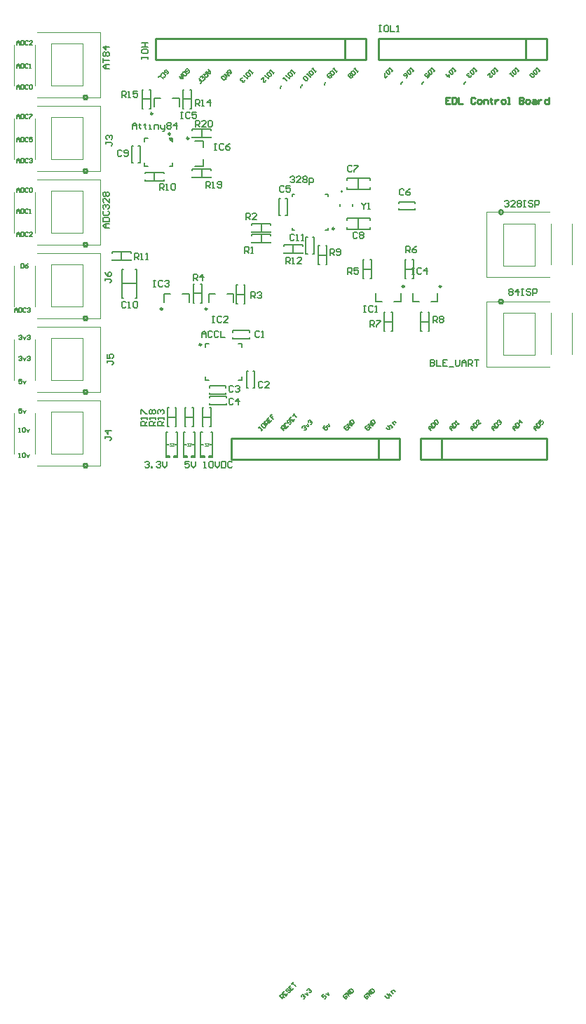
<source format=gto>
G04 Layer_Color=65535*
%FSLAX25Y25*%
%MOIN*%
G70*
G01*
G75*
%ADD30C,0.00600*%
%ADD43C,0.00984*%
%ADD44C,0.00787*%
%ADD45C,0.01000*%
%ADD46C,0.00500*%
%ADD47C,0.00591*%
%ADD48C,0.00200*%
%ADD49C,0.00394*%
%ADD50C,0.00800*%
G36*
X77193Y156118D02*
X76406D01*
X75618Y156905D01*
Y157693D01*
X77193D01*
Y156118D01*
D02*
G37*
D30*
X3000Y132000D02*
Y133333D01*
X3666Y133999D01*
X4333Y133333D01*
Y132000D01*
Y133000D01*
X3000D01*
X4999Y133999D02*
Y132000D01*
X5999D01*
X6332Y132333D01*
Y133666D01*
X5999Y133999D01*
X4999D01*
X8332Y133666D02*
X7998Y133999D01*
X7332D01*
X6999Y133666D01*
Y132333D01*
X7332Y132000D01*
X7998D01*
X8332Y132333D01*
X8998Y133666D02*
X9331Y133999D01*
X9998D01*
X10331Y133666D01*
Y132333D01*
X9998Y132000D01*
X9331D01*
X8998Y132333D01*
Y133666D01*
X3000Y146000D02*
Y147333D01*
X3666Y147999D01*
X4333Y147333D01*
Y146000D01*
Y147000D01*
X3000D01*
X4999Y147999D02*
Y146000D01*
X5999D01*
X6332Y146333D01*
Y147666D01*
X5999Y147999D01*
X4999D01*
X8332Y147666D02*
X7998Y147999D01*
X7332D01*
X6999Y147666D01*
Y146333D01*
X7332Y146000D01*
X7998D01*
X8332Y146333D01*
X8998Y147666D02*
X9331Y147999D01*
X9998D01*
X10331Y147666D01*
Y147333D01*
X9998Y147000D01*
X9664D01*
X9998D01*
X10331Y146667D01*
Y146333D01*
X9998Y146000D01*
X9331D01*
X8998Y146333D01*
X3000Y156000D02*
Y157333D01*
X3666Y157999D01*
X4333Y157333D01*
Y156000D01*
Y157000D01*
X3000D01*
X4999Y157999D02*
Y156000D01*
X5999D01*
X6332Y156333D01*
Y157666D01*
X5999Y157999D01*
X4999D01*
X8332Y157666D02*
X7998Y157999D01*
X7332D01*
X6999Y157666D01*
Y156333D01*
X7332Y156000D01*
X7998D01*
X8332Y156333D01*
X10331Y157999D02*
X8998D01*
Y157000D01*
X9664Y157333D01*
X9998D01*
X10331Y157000D01*
Y156333D01*
X9998Y156000D01*
X9331D01*
X8998Y156333D01*
X3000Y167000D02*
Y168333D01*
X3666Y168999D01*
X4333Y168333D01*
Y167000D01*
Y168000D01*
X3000D01*
X4999Y168999D02*
Y167000D01*
X5999D01*
X6332Y167333D01*
Y168666D01*
X5999Y168999D01*
X4999D01*
X8332Y168666D02*
X7998Y168999D01*
X7332D01*
X6999Y168666D01*
Y167333D01*
X7332Y167000D01*
X7998D01*
X8332Y167333D01*
X8998Y168999D02*
X10331D01*
Y168666D01*
X8998Y167333D01*
Y167000D01*
X3000Y181000D02*
Y182333D01*
X3666Y182999D01*
X4333Y182333D01*
Y181000D01*
Y182000D01*
X3000D01*
X4999Y182999D02*
Y181000D01*
X5999D01*
X6332Y181333D01*
Y182666D01*
X5999Y182999D01*
X4999D01*
X8332Y182666D02*
X7998Y182999D01*
X7332D01*
X6999Y182666D01*
Y181333D01*
X7332Y181000D01*
X7998D01*
X8332Y181333D01*
X8998Y182666D02*
X9331Y182999D01*
X9998D01*
X10331Y182666D01*
Y181333D01*
X9998Y181000D01*
X9331D01*
X8998Y181333D01*
Y182666D01*
X3000Y191000D02*
Y192333D01*
X3666Y192999D01*
X4333Y192333D01*
Y191000D01*
Y192000D01*
X3000D01*
X4999Y192999D02*
Y191000D01*
X5999D01*
X6332Y191333D01*
Y192666D01*
X5999Y192999D01*
X4999D01*
X8332Y192666D02*
X7998Y192999D01*
X7332D01*
X6999Y192666D01*
Y191333D01*
X7332Y191000D01*
X7998D01*
X8332Y191333D01*
X8998Y191000D02*
X9664D01*
X9331D01*
Y192999D01*
X8998Y192666D01*
X3000Y202000D02*
Y203333D01*
X3666Y203999D01*
X4333Y203333D01*
Y202000D01*
Y203000D01*
X3000D01*
X4999Y203999D02*
Y202000D01*
X5999D01*
X6332Y202333D01*
Y203666D01*
X5999Y203999D01*
X4999D01*
X8332Y203666D02*
X7998Y203999D01*
X7332D01*
X6999Y203666D01*
Y202333D01*
X7332Y202000D01*
X7998D01*
X8332Y202333D01*
X10331Y202000D02*
X8998D01*
X10331Y203333D01*
Y203666D01*
X9998Y203999D01*
X9331D01*
X8998Y203666D01*
X3000Y122000D02*
Y123333D01*
X3666Y123999D01*
X4333Y123333D01*
Y122000D01*
Y123000D01*
X3000D01*
X4999Y123999D02*
Y122000D01*
X5999D01*
X6332Y122333D01*
Y123666D01*
X5999Y123999D01*
X4999D01*
X8332Y123666D02*
X7998Y123999D01*
X7332D01*
X6999Y123666D01*
Y122333D01*
X7332Y122000D01*
X7998D01*
X8332Y122333D01*
X8998Y122000D02*
X9664D01*
X9331D01*
Y123999D01*
X8998Y123666D01*
X3000Y111000D02*
Y112333D01*
X3666Y112999D01*
X4333Y112333D01*
Y111000D01*
Y112000D01*
X3000D01*
X4999Y112999D02*
Y111000D01*
X5999D01*
X6332Y111333D01*
Y112666D01*
X5999Y112999D01*
X4999D01*
X8332Y112666D02*
X7998Y112999D01*
X7332D01*
X6999Y112666D01*
Y111333D01*
X7332Y111000D01*
X7998D01*
X8332Y111333D01*
X10331Y111000D02*
X8998D01*
X10331Y112333D01*
Y112666D01*
X9998Y112999D01*
X9331D01*
X8998Y112666D01*
X4000Y6000D02*
X4666D01*
X4333D01*
Y7999D01*
X4000Y7666D01*
X5666D02*
X5999Y7999D01*
X6666D01*
X6999Y7666D01*
Y6333D01*
X6666Y6000D01*
X5999D01*
X5666Y6333D01*
Y7666D01*
X7666Y7333D02*
X8332Y6000D01*
X8998Y7333D01*
X4000Y18000D02*
X4666D01*
X4333D01*
Y19999D01*
X4000Y19666D01*
X5666D02*
X5999Y19999D01*
X6666D01*
X6999Y19666D01*
Y18333D01*
X6666Y18000D01*
X5999D01*
X5666Y18333D01*
Y19666D01*
X7666Y19333D02*
X8332Y18000D01*
X8998Y19333D01*
X5333Y28999D02*
X4000D01*
Y28000D01*
X4666Y28333D01*
X5000D01*
X5333Y28000D01*
Y27333D01*
X5000Y27000D01*
X4333D01*
X4000Y27333D01*
X5999Y28333D02*
X6666Y27000D01*
X7332Y28333D01*
X5333Y42999D02*
X4000D01*
Y42000D01*
X4666Y42333D01*
X5000D01*
X5333Y42000D01*
Y41333D01*
X5000Y41000D01*
X4333D01*
X4000Y41333D01*
X5999Y42333D02*
X6666Y41000D01*
X7332Y42333D01*
X4000Y53666D02*
X4333Y53999D01*
X5000D01*
X5333Y53666D01*
Y53333D01*
X5000Y53000D01*
X4666D01*
X5000D01*
X5333Y52666D01*
Y52333D01*
X5000Y52000D01*
X4333D01*
X4000Y52333D01*
X5999Y53333D02*
X6666Y52000D01*
X7332Y53333D01*
X7999Y53666D02*
X8332Y53999D01*
X8998D01*
X9332Y53666D01*
Y53333D01*
X8998Y53000D01*
X8665D01*
X8998D01*
X9332Y52666D01*
Y52333D01*
X8998Y52000D01*
X8332D01*
X7999Y52333D01*
X4000Y63666D02*
X4333Y63999D01*
X5000D01*
X5333Y63666D01*
Y63333D01*
X5000Y63000D01*
X4666D01*
X5000D01*
X5333Y62666D01*
Y62333D01*
X5000Y62000D01*
X4333D01*
X4000Y62333D01*
X5999Y63333D02*
X6666Y62000D01*
X7332Y63333D01*
X7999Y63666D02*
X8332Y63999D01*
X8998D01*
X9332Y63666D01*
Y63333D01*
X8998Y63000D01*
X8665D01*
X8998D01*
X9332Y62666D01*
Y62333D01*
X8998Y62000D01*
X8332D01*
X7999Y62333D01*
X2000Y75000D02*
Y76333D01*
X2667Y76999D01*
X3333Y76333D01*
Y75000D01*
Y76000D01*
X2000D01*
X3999Y76999D02*
Y75000D01*
X4999D01*
X5332Y75333D01*
Y76666D01*
X4999Y76999D01*
X3999D01*
X7332Y76666D02*
X6998Y76999D01*
X6332D01*
X5999Y76666D01*
Y75333D01*
X6332Y75000D01*
X6998D01*
X7332Y75333D01*
X7998Y76666D02*
X8331Y76999D01*
X8998D01*
X9331Y76666D01*
Y76333D01*
X8998Y76000D01*
X8664D01*
X8998D01*
X9331Y75666D01*
Y75333D01*
X8998Y75000D01*
X8331D01*
X7998Y75333D01*
X5000Y97999D02*
Y96000D01*
X6000D01*
X6333Y96333D01*
Y97666D01*
X6000Y97999D01*
X5000D01*
X8332D02*
X7666Y97666D01*
X6999Y97000D01*
Y96333D01*
X7333Y96000D01*
X7999D01*
X8332Y96333D01*
Y96666D01*
X7999Y97000D01*
X6999D01*
D43*
X90772Y59543D02*
G03*
X90772Y59543I-492J0D01*
G01*
X187334Y87209D02*
G03*
X187334Y87209I-492J0D01*
G01*
X67647Y169312D02*
G03*
X67647Y169312I-492J0D01*
G01*
X84804Y157585D02*
G03*
X84804Y157585I-492J0D01*
G01*
X154016Y114626D02*
G03*
X154016Y114626I-492J0D01*
G01*
X76110Y159661D02*
G03*
X76110Y159661I-492J0D01*
G01*
X204834Y87209D02*
G03*
X204834Y87209I-492J0D01*
G01*
X72307Y76472D02*
G03*
X72307Y76472I-492J0D01*
G01*
X93547D02*
G03*
X93547Y76472I-492J0D01*
G01*
D44*
X157953Y132291D02*
G03*
X157953Y132291I-394J0D01*
G01*
X75618Y157693D02*
G03*
X77193Y156118I1575J0D01*
G01*
X92839Y58461D02*
Y60134D01*
X94512D01*
X108488D02*
X110161D01*
Y58461D02*
Y60134D01*
Y42811D02*
Y44484D01*
X108488Y42811D02*
X110161D01*
X92839D02*
Y44484D01*
Y42811D02*
X94512D01*
X185563Y79925D02*
Y83862D01*
X182511Y79925D02*
X185563D01*
X173752D02*
Y83862D01*
Y79925D02*
X176803D01*
X68435Y172658D02*
Y176595D01*
X71486D01*
X80246Y172658D02*
Y176595D01*
X77194D02*
X80246D01*
X87658Y156306D02*
X91595D01*
Y153254D02*
Y156306D01*
X87658Y144494D02*
X91595D01*
Y147546D01*
X150965Y114035D02*
Y115118D01*
X149882Y114035D02*
X150965D01*
X134035D02*
X135118D01*
X134035D02*
Y115118D01*
Y129882D02*
Y130965D01*
X135118D01*
X150965Y129882D02*
Y130965D01*
X149882D02*
X150965D01*
X77193Y156118D02*
Y157693D01*
X75618D02*
X77193D01*
X63807Y156118D02*
Y157693D01*
X65382D01*
X63807Y144307D02*
X65382D01*
X63807D02*
Y145882D01*
X77193Y144307D02*
Y145882D01*
X75618Y144307D02*
X77193D01*
X203063Y79925D02*
Y83862D01*
X200011Y79925D02*
X203063D01*
X191252D02*
Y83862D01*
Y79925D02*
X194303D01*
X73094Y79819D02*
Y83756D01*
X76146D01*
X84905Y79819D02*
Y83756D01*
X81854D02*
X84905D01*
X94335Y79819D02*
Y83756D01*
X97386D01*
X106146Y79819D02*
Y83756D01*
X103094D02*
X106146D01*
D45*
X36699Y37000D02*
G03*
X36699Y37000I-1000J0D01*
G01*
Y2000D02*
G03*
X36699Y2000I-1000J0D01*
G01*
Y142000D02*
G03*
X36699Y142000I-1000J0D01*
G01*
Y177000D02*
G03*
X36699Y177000I-1000J0D01*
G01*
Y107000D02*
G03*
X36699Y107000I-1000J0D01*
G01*
Y72000D02*
G03*
X36699Y72000I-1000J0D01*
G01*
X234301Y80000D02*
G03*
X234301Y80000I-1000J0D01*
G01*
Y122500D02*
G03*
X234301Y122500I-1000J0D01*
G01*
X195000Y10000D02*
Y15000D01*
X205000D01*
Y5000D02*
X255000D01*
Y15000D01*
X205000D02*
X255000D01*
X205000Y5000D02*
Y15000D01*
X195000Y5000D02*
X205000D01*
X195000D02*
Y10000D01*
X185000Y5000D02*
Y15000D01*
X105000Y5000D02*
X185000D01*
X105000D02*
Y15000D01*
X185000D01*
X175000Y5000D02*
Y15000D01*
X169000Y195000D02*
Y205000D01*
X159000Y195000D02*
X169000D01*
X159000D02*
Y205000D01*
X69000D02*
X159000D01*
X69000Y195000D02*
Y205000D01*
Y195000D02*
X159000D01*
Y205000D02*
X169000D01*
X245000Y195000D02*
Y205000D01*
X175000D02*
X255000D01*
X175000Y195000D02*
Y205000D01*
Y195000D02*
X255000D01*
Y205000D01*
X208999Y176998D02*
X207000D01*
Y173999D01*
X208999D01*
X207000Y175498D02*
X208000D01*
X209999Y176998D02*
Y173999D01*
X211498D01*
X211998Y174499D01*
Y176498D01*
X211498Y176998D01*
X209999D01*
X212998D02*
Y173999D01*
X214997D01*
X220995Y176498D02*
X220496Y176998D01*
X219496D01*
X218996Y176498D01*
Y174499D01*
X219496Y173999D01*
X220496D01*
X220995Y174499D01*
X222495Y173999D02*
X223495D01*
X223994Y174499D01*
Y175498D01*
X223495Y175998D01*
X222495D01*
X221995Y175498D01*
Y174499D01*
X222495Y173999D01*
X224994D02*
Y175998D01*
X226494D01*
X226993Y175498D01*
Y173999D01*
X228493Y176498D02*
Y175998D01*
X227993D01*
X228993D01*
X228493D01*
Y174499D01*
X228993Y173999D01*
X230492Y175998D02*
Y173999D01*
Y174998D01*
X230992Y175498D01*
X231492Y175998D01*
X231992D01*
X233991Y173999D02*
X234991D01*
X235491Y174499D01*
Y175498D01*
X234991Y175998D01*
X233991D01*
X233491Y175498D01*
Y174499D01*
X233991Y173999D01*
X236491D02*
X237490D01*
X236990D01*
Y176998D01*
X236491D01*
X241989D02*
Y173999D01*
X243488D01*
X243988Y174499D01*
Y174998D01*
X243488Y175498D01*
X241989D01*
X243488D01*
X243988Y175998D01*
Y176498D01*
X243488Y176998D01*
X241989D01*
X245488Y173999D02*
X246487D01*
X246987Y174499D01*
Y175498D01*
X246487Y175998D01*
X245488D01*
X244988Y175498D01*
Y174499D01*
X245488Y173999D01*
X248487Y175998D02*
X249486D01*
X249986Y175498D01*
Y173999D01*
X248487D01*
X247987Y174499D01*
X248487Y174998D01*
X249986D01*
X250986Y175998D02*
Y173999D01*
Y174998D01*
X251486Y175498D01*
X251985Y175998D01*
X252485D01*
X255984Y176998D02*
Y173999D01*
X254485D01*
X253985Y174499D01*
Y175498D01*
X254485Y175998D01*
X255984D01*
D46*
X162874Y125402D02*
Y126189D01*
X156575Y125402D02*
Y126189D01*
X94000Y190293D02*
X94942Y189350D01*
Y188408D01*
X94000D01*
X93058Y189350D01*
X93764Y188644D01*
X94707Y189586D01*
X92586Y188879D02*
X94000Y187465D01*
X93293Y186758D01*
X92822D01*
X92351Y187230D01*
Y187701D01*
X93058Y188408D01*
X92586Y187937D02*
X91644D01*
Y185109D02*
X92586Y186052D01*
X91172Y187465D01*
X90230Y186523D01*
X91879Y186758D02*
X91408Y186287D01*
X90230Y183695D02*
X91172Y184638D01*
X90466Y185345D01*
X89994Y184873D01*
X90466Y185345D01*
X89759Y186052D01*
X104236Y188172D02*
X104707D01*
X105178Y188644D01*
X105178Y189115D01*
X104236Y190057D01*
X103764D01*
X103293Y189586D01*
X103293Y189115D01*
X103764Y188644D01*
X104236Y189115D01*
X102586Y188879D02*
X104000Y187465D01*
X101644Y187937D01*
X103058Y186523D01*
X102586Y186052D02*
X101172Y187465D01*
X100466Y186758D01*
X100466Y186287D01*
X101408Y185345D01*
X101879D01*
X102586Y186052D01*
X115414Y188879D02*
X114943Y188408D01*
X115178Y188644D01*
X113764Y190057D01*
X114000Y190293D01*
X113529Y189822D01*
X113529Y186994D02*
X114000Y187465D01*
X114000Y187937D01*
X113057Y188879D01*
X112586D01*
X112115Y188408D01*
Y187937D01*
X113057Y186994D01*
X113529D01*
X111408Y187701D02*
X110937Y187230D01*
X111172Y187465D01*
X112586Y186052D01*
X112586Y186523D01*
X111408Y185345D02*
Y184873D01*
X110937Y184402D01*
X110466D01*
X110230Y184638D01*
Y185109D01*
X110466Y185345D01*
X110230Y185109D01*
X109759Y185109D01*
X109523Y185345D01*
X109523Y185816D01*
X109994Y186287D01*
X110466D01*
X125414Y188879D02*
X124943Y188408D01*
X125178Y188644D01*
X123764Y190057D01*
X124000Y190293D01*
X123529Y189822D01*
X123529Y186994D02*
X124000Y187465D01*
X124000Y187937D01*
X123057Y188879D01*
X122586D01*
X122115Y188408D01*
Y187937D01*
X123057Y186994D01*
X123529D01*
X121408Y187701D02*
X120937Y187230D01*
X121172Y187465D01*
X122586Y186052D01*
X122586Y186523D01*
X119288Y185580D02*
X120230Y186523D01*
Y184638D01*
X120466Y184402D01*
X120937D01*
X121408Y184873D01*
Y185345D01*
X135414Y188879D02*
X134942Y188408D01*
X135178Y188644D01*
X133764Y190057D01*
X134000Y190293D01*
X133529Y189822D01*
X133529Y186994D02*
X134000Y187465D01*
X134000Y187937D01*
X133057Y188879D01*
X132586D01*
X132115Y188408D01*
Y187937D01*
X133057Y186994D01*
X133529D01*
X131408Y187701D02*
X130937Y187230D01*
X131173Y187465D01*
X132586Y186052D01*
X132586Y186523D01*
X130230D02*
X129759Y186052D01*
X129994Y186287D01*
X131408Y184873D01*
Y185345D01*
X128816Y182753D02*
X128816Y182282D01*
X128345Y181810D01*
X128345Y181339D01*
X145414Y189586D02*
X144942Y189115D01*
X145178Y189351D01*
X143764Y190764D01*
X144000Y191000D01*
X143529Y190529D01*
X143529Y187701D02*
X144000Y188172D01*
X144000Y188644D01*
X143058Y189586D01*
X142586D01*
X142115Y189115D01*
Y188644D01*
X143058Y187701D01*
X143529D01*
X141408Y188408D02*
X140937Y187937D01*
X141173Y188172D01*
X142586Y186759D01*
X142586Y187230D01*
X141408Y186052D02*
Y185581D01*
X140937Y185109D01*
X140466D01*
X139523Y186052D01*
X139523Y186523D01*
X139994Y186994D01*
X140466D01*
X141408Y186052D01*
X138581Y183224D02*
X138581Y182753D01*
X138109Y182282D01*
X138109Y181811D01*
X155414Y189586D02*
X154943Y189115D01*
X155178Y189351D01*
X153764Y190764D01*
X154000Y191000D01*
X153529Y190529D01*
X153529Y187701D02*
X154000Y188172D01*
X154000Y188644D01*
X153058Y189586D01*
X152586D01*
X152115Y189115D01*
Y188644D01*
X153058Y187701D01*
X153529D01*
X151644Y188172D02*
X151172D01*
X150701Y187701D01*
X150701Y187230D01*
X151644Y186287D01*
X152115D01*
X152586Y186759D01*
X152586Y187230D01*
X152351Y187466D01*
X151879Y187466D01*
X151172Y186759D01*
X149759Y184403D02*
X149759Y183931D01*
X149287Y183460D01*
X149287Y182989D01*
X165414Y189586D02*
X164943Y189115D01*
X165178Y189351D01*
X163764Y190764D01*
X164000Y191000D01*
X163529Y190529D01*
X163529Y187701D02*
X164000Y188172D01*
X164000Y188644D01*
X163057Y189586D01*
X162586D01*
X162115Y189115D01*
Y188644D01*
X163057Y187701D01*
X163529D01*
X162586Y187230D02*
X162586Y186759D01*
X162115Y186287D01*
X161644D01*
X161408Y186523D01*
Y186994D01*
X160937Y186994D01*
X160701Y187230D01*
X160701Y187701D01*
X161172Y188172D01*
X161644D01*
X161879Y187937D01*
Y187466D01*
X162351Y187466D01*
X162586Y187230D01*
X161879Y187466D02*
X161408Y186994D01*
X181914Y189879D02*
X181442Y189408D01*
X181678Y189644D01*
X180264Y191057D01*
X180500Y191293D01*
X180029Y190822D01*
X180029Y187994D02*
X180500Y188465D01*
X180500Y188937D01*
X179558Y189879D01*
X179086D01*
X178615Y189408D01*
Y188937D01*
X179558Y187994D01*
X180029D01*
X179322Y187287D02*
X178379Y186345D01*
X178144Y186580D01*
Y188465D01*
X177908Y188701D01*
X191914Y189879D02*
X191443Y189408D01*
X191678Y189644D01*
X190264Y191057D01*
X190500Y191293D01*
X190029Y190822D01*
X190029Y187994D02*
X190500Y188465D01*
X190500Y188937D01*
X189558Y189879D01*
X189086D01*
X188615Y189408D01*
Y188937D01*
X189558Y187994D01*
X190029D01*
X188379Y186345D02*
X188615Y187052D01*
Y187994D01*
X188144Y188465D01*
X187672D01*
X187201Y187994D01*
X187201Y187523D01*
X187437Y187287D01*
X187908Y187287D01*
X188615Y187994D01*
X186259Y184695D02*
X186259Y184224D01*
X185787Y183753D01*
X185787Y183282D01*
X201914Y189879D02*
X201443Y189408D01*
X201678Y189644D01*
X200264Y191057D01*
X200500Y191293D01*
X200029Y190822D01*
X200029Y187994D02*
X200500Y188465D01*
X200500Y188937D01*
X199557Y189879D01*
X199086D01*
X198615Y189408D01*
Y188937D01*
X199557Y187994D01*
X200029D01*
X198379Y186345D02*
X199322Y187287D01*
X198615Y187994D01*
X198379Y187287D01*
X198144Y187052D01*
X197672D01*
X197201Y187523D01*
X197201Y187994D01*
X197672Y188465D01*
X198144D01*
X196259Y184695D02*
X196259Y184224D01*
X195788Y183753D01*
X195788Y183282D01*
X211914Y189879D02*
X211442Y189408D01*
X211678Y189644D01*
X210264Y191057D01*
X210500Y191293D01*
X210029Y190822D01*
X210029Y187994D02*
X210500Y188465D01*
X210500Y188937D01*
X209558Y189879D01*
X209086D01*
X208615Y189408D01*
Y188937D01*
X209558Y187994D01*
X210029D01*
X207201D02*
X208615Y186580D01*
Y187994D01*
X207673Y187052D01*
X221914Y189879D02*
X221443Y189408D01*
X221678Y189644D01*
X220264Y191057D01*
X220500Y191293D01*
X220029Y190822D01*
X220029Y187994D02*
X220500Y188465D01*
X220500Y188937D01*
X219557Y189879D01*
X219086D01*
X218615Y189408D01*
Y188937D01*
X219557Y187994D01*
X220029D01*
X219086Y187523D02*
X219086Y187052D01*
X218615Y186580D01*
X218144D01*
X217908Y186816D01*
Y187287D01*
X218144Y187523D01*
X217908Y187287D01*
X217437Y187287D01*
X217201Y187523D01*
X217201Y187994D01*
X217672Y188465D01*
X218144D01*
X216259Y184695D02*
X216259Y184224D01*
X215788Y183753D01*
X215788Y183282D01*
X231914Y189879D02*
X231442Y189408D01*
X231678Y189644D01*
X230264Y191057D01*
X230500Y191293D01*
X230029Y190822D01*
X230029Y187994D02*
X230500Y188465D01*
X230500Y188937D01*
X229557Y189879D01*
X229086D01*
X228615Y189408D01*
Y188937D01*
X229557Y187994D01*
X230029D01*
X226966Y187759D02*
X227908Y188701D01*
Y186816D01*
X228144Y186580D01*
X228615D01*
X229086Y187052D01*
X229086Y187523D01*
X241914Y189879D02*
X241442Y189408D01*
X241678Y189644D01*
X240264Y191057D01*
X240500Y191293D01*
X240029Y190822D01*
X240029Y187994D02*
X240500Y188465D01*
X240500Y188937D01*
X239558Y189879D01*
X239086D01*
X238615Y189408D01*
Y188937D01*
X239558Y187994D01*
X240029D01*
X237908Y188701D02*
X237437Y188230D01*
X237672Y188465D01*
X239086Y187052D01*
X239086Y187523D01*
X251914Y189879D02*
X251443Y189408D01*
X251678Y189644D01*
X250264Y191057D01*
X250500Y191293D01*
X250029Y190822D01*
X250029Y187994D02*
X250500Y188465D01*
X250500Y188937D01*
X249557Y189879D01*
X249086D01*
X248615Y189408D01*
Y188937D01*
X249557Y187994D01*
X250029D01*
X249086Y187523D02*
X249086Y187052D01*
X248615Y186580D01*
X248144D01*
X247201Y187523D01*
X247201Y187994D01*
X247673Y188465D01*
X248144D01*
X249086Y187523D01*
X250000Y18707D02*
X249058Y19650D01*
Y20592D01*
X250000D01*
X250942Y19650D01*
X250236Y20357D01*
X249293Y19414D01*
X250000Y21535D02*
X251414Y20121D01*
X252121Y20828D01*
Y21299D01*
X251178Y22242D01*
X250707D01*
X250000Y21535D01*
X252356Y23891D02*
X251414Y22948D01*
X252121Y22242D01*
X252356Y22948D01*
X252592Y23184D01*
X253063D01*
X253534Y22713D01*
X253534Y22242D01*
X253063Y21770D01*
X252592D01*
X240000Y18707D02*
X239057Y19650D01*
Y20592D01*
X240000D01*
X240943Y19650D01*
X240236Y20357D01*
X239293Y19414D01*
X240000Y21535D02*
X241414Y20121D01*
X242121Y20828D01*
Y21299D01*
X241178Y22242D01*
X240707D01*
X240000Y21535D01*
X243534Y22242D02*
X242121Y23655D01*
Y22242D01*
X243063Y23184D01*
X230000Y18707D02*
X229058Y19650D01*
Y20592D01*
X230000D01*
X230943Y19650D01*
X230236Y20357D01*
X229293Y19414D01*
X230000Y21535D02*
X231414Y20121D01*
X232121Y20828D01*
Y21299D01*
X231178Y22242D01*
X230707D01*
X230000Y21535D01*
X231649Y22713D02*
Y23184D01*
X232121Y23655D01*
X232592D01*
X232827Y23420D01*
Y22948D01*
X232592Y22713D01*
X232827Y22948D01*
X233299Y22948D01*
X233534Y22713D01*
X233534Y22242D01*
X233063Y21770D01*
X232592D01*
X220000Y18707D02*
X219057Y19650D01*
Y20592D01*
X220000D01*
X220942Y19650D01*
X220236Y20357D01*
X219293Y19414D01*
X220000Y21535D02*
X221414Y20121D01*
X222121Y20828D01*
Y21299D01*
X221178Y22242D01*
X220707D01*
X220000Y21535D01*
X223770Y22477D02*
X222828Y21535D01*
Y23420D01*
X222592Y23655D01*
X222121D01*
X221649Y23184D01*
Y22713D01*
X210000Y18707D02*
X209057Y19650D01*
Y20592D01*
X210000D01*
X210943Y19650D01*
X210236Y20357D01*
X209293Y19414D01*
X210000Y21535D02*
X211414Y20121D01*
X212121Y20828D01*
Y21299D01*
X211178Y22242D01*
X210707D01*
X210000Y21535D01*
X212827D02*
X213299Y22006D01*
X213063Y21770D01*
X211649Y23184D01*
Y22713D01*
X200000Y18707D02*
X199057Y19650D01*
Y20592D01*
X200000D01*
X200942Y19650D01*
X200236Y20357D01*
X199293Y19414D01*
X200000Y21535D02*
X201414Y20121D01*
X202121Y20828D01*
Y21299D01*
X201178Y22242D01*
X200707D01*
X200000Y21535D01*
X201649Y22713D02*
Y23184D01*
X202121Y23655D01*
X202592D01*
X203534Y22713D01*
X203534Y22242D01*
X203063Y21770D01*
X202592D01*
X201649Y22713D01*
X178586Y20121D02*
X179529Y19178D01*
X180471D01*
Y20121D01*
X179529Y21063D01*
X181414Y20121D02*
X181885Y20592D01*
X181649Y20357D01*
X180707Y21299D01*
X180471Y21063D01*
X182592Y21299D02*
X181649Y22242D01*
X182356Y22948D01*
X182827D01*
X183534Y22242D01*
X169764Y20828D02*
X169293D01*
X168822Y20357D01*
X168822Y19885D01*
X169764Y18943D01*
X170236D01*
X170707Y19414D01*
X170707Y19885D01*
X170236Y20357D01*
X169764Y19885D01*
X171414Y20121D02*
X170000Y21535D01*
X172356Y21063D01*
X170942Y22477D01*
X171414Y22948D02*
X172827Y21535D01*
X173534Y22242D01*
X173534Y22713D01*
X172592Y23655D01*
X172121D01*
X171414Y22948D01*
X159764Y20828D02*
X159293D01*
X158822Y20357D01*
X158822Y19885D01*
X159764Y18943D01*
X160236D01*
X160707Y19414D01*
X160707Y19885D01*
X160236Y20357D01*
X159764Y19885D01*
X161414Y20121D02*
X160000Y21535D01*
X162356Y21063D01*
X160942Y22477D01*
X161414Y22948D02*
X162828Y21535D01*
X163534Y22242D01*
X163534Y22713D01*
X162592Y23655D01*
X162121D01*
X161414Y22948D01*
X149529Y21063D02*
X148586Y20121D01*
X149293Y19414D01*
X149529Y20121D01*
X149764Y20357D01*
X150236D01*
X150707Y19885D01*
X150707Y19414D01*
X150236Y18943D01*
X149764D01*
X150471Y21063D02*
X151885Y20592D01*
X151414Y22006D01*
X138822Y19885D02*
X138822Y20357D01*
X139293Y20828D01*
X139764D01*
X140000Y20592D01*
Y20121D01*
X139764Y19885D01*
X140000Y20121D01*
X140471Y20121D01*
X140707Y19885D01*
X140707Y19414D01*
X140236Y18943D01*
X139764D01*
X140471Y21063D02*
X141885Y20592D01*
X141414Y22006D01*
X141649Y22713D02*
Y23184D01*
X142121Y23655D01*
X142592D01*
X142827Y23420D01*
Y22948D01*
X142592Y22713D01*
X142827Y22948D01*
X143299Y22948D01*
X143534Y22713D01*
X143534Y22242D01*
X143063Y21770D01*
X142592D01*
X130000Y18707D02*
X128586Y20121D01*
X129293Y20828D01*
X129764D01*
X130236Y20357D01*
X130236Y19885D01*
X129529Y19178D01*
X130000Y19650D02*
X130942D01*
Y22477D02*
X130000Y21535D01*
X131414Y20121D01*
X132356Y21063D01*
X130707Y20828D02*
X131178Y21299D01*
X132592Y23655D02*
X132121D01*
X131649Y23184D01*
Y22713D01*
X131885Y22477D01*
X132356Y22477D01*
X132827Y22948D01*
X133299Y22948D01*
X133534Y22713D01*
X133534Y22242D01*
X133063Y21770D01*
X132592D01*
X133770Y25305D02*
X132827Y24362D01*
X134241Y22948D01*
X135184Y23891D01*
X133534Y23655D02*
X134006Y24126D01*
X134241Y25776D02*
X135184Y26718D01*
X134713Y26247D01*
X136126Y24833D01*
X178086Y-250086D02*
X179029Y-251029D01*
X179971D01*
Y-250086D01*
X179029Y-249144D01*
X180914Y-250086D02*
X181385Y-249615D01*
X181149Y-249851D01*
X180207Y-248908D01*
X179971Y-249144D01*
X182092Y-248908D02*
X181149Y-247966D01*
X181856Y-247259D01*
X182327D01*
X183034Y-247966D01*
X169264Y-249379D02*
X168793D01*
X168322Y-249851D01*
X168322Y-250322D01*
X169264Y-251264D01*
X169736D01*
X170207Y-250793D01*
X170207Y-250322D01*
X169736Y-249851D01*
X169264Y-250322D01*
X170914Y-250086D02*
X169500Y-248673D01*
X171856Y-249144D01*
X170442Y-247730D01*
X170914Y-247259D02*
X172327Y-248673D01*
X173034Y-247966D01*
X173034Y-247494D01*
X172092Y-246552D01*
X171621D01*
X170914Y-247259D01*
X159264Y-249379D02*
X158793D01*
X158322Y-249851D01*
X158322Y-250322D01*
X159264Y-251264D01*
X159736D01*
X160207Y-250793D01*
X160207Y-250322D01*
X159736Y-249851D01*
X159264Y-250322D01*
X160914Y-250086D02*
X159500Y-248673D01*
X161856Y-249144D01*
X160442Y-247730D01*
X160914Y-247259D02*
X162328Y-248673D01*
X163034Y-247966D01*
X163034Y-247494D01*
X162092Y-246552D01*
X161621D01*
X160914Y-247259D01*
X149029Y-249144D02*
X148086Y-250086D01*
X148793Y-250793D01*
X149029Y-250086D01*
X149264Y-249851D01*
X149736D01*
X150207Y-250322D01*
X150207Y-250793D01*
X149736Y-251264D01*
X149264D01*
X149971Y-249144D02*
X151385Y-249615D01*
X150914Y-248201D01*
X138322Y-250322D02*
X138322Y-249851D01*
X138793Y-249379D01*
X139264D01*
X139500Y-249615D01*
Y-250086D01*
X139264Y-250322D01*
X139500Y-250086D01*
X139971Y-250086D01*
X140207Y-250322D01*
X140207Y-250793D01*
X139736Y-251264D01*
X139264D01*
X139971Y-249144D02*
X141385Y-249615D01*
X140914Y-248201D01*
X141149Y-247494D02*
Y-247023D01*
X141621Y-246552D01*
X142092D01*
X142327Y-246788D01*
Y-247259D01*
X142092Y-247494D01*
X142327Y-247259D01*
X142799Y-247259D01*
X143034Y-247494D01*
X143034Y-247966D01*
X142563Y-248437D01*
X142092D01*
X129500Y-251500D02*
X128086Y-250086D01*
X128793Y-249379D01*
X129264D01*
X129736Y-249851D01*
X129736Y-250322D01*
X129029Y-251029D01*
X129500Y-250557D02*
X130443D01*
Y-247730D02*
X129500Y-248673D01*
X130914Y-250086D01*
X131856Y-249144D01*
X130207Y-249379D02*
X130678Y-248908D01*
X132092Y-246552D02*
X131621D01*
X131149Y-247023D01*
Y-247494D01*
X131385Y-247730D01*
X131856Y-247730D01*
X132327Y-247259D01*
X132799Y-247259D01*
X133034Y-247494D01*
X133034Y-247966D01*
X132563Y-248437D01*
X132092D01*
X133270Y-244902D02*
X132327Y-245845D01*
X133741Y-247259D01*
X134684Y-246316D01*
X133034Y-246552D02*
X133506Y-246081D01*
X133741Y-244431D02*
X134684Y-243489D01*
X134213Y-243960D01*
X135626Y-245374D01*
X118086Y20121D02*
X118558Y20592D01*
X118322Y20357D01*
X119736Y18943D01*
X119500Y18707D01*
X119971Y19178D01*
X119971Y22006D02*
X119500Y21535D01*
X119500Y21063D01*
X120442Y20121D01*
X120914D01*
X121385Y20592D01*
Y21063D01*
X120442Y22006D01*
X119971D01*
X122092Y21299D02*
X120678Y22713D01*
X121385Y23420D01*
X121856D01*
X122327Y22948D01*
Y22477D01*
X121621Y21770D01*
X122092Y22242D02*
X123034D01*
Y25069D02*
X122092Y24126D01*
X123506Y22713D01*
X124448Y23655D01*
X122799Y23420D02*
X123270Y23891D01*
X124448Y26483D02*
X123506Y25540D01*
X124213Y24833D01*
X124684Y25305D01*
X124213Y24833D01*
X124919Y24126D01*
X84236Y188672D02*
X84707D01*
X85178Y189144D01*
X85178Y189615D01*
X84943Y189850D01*
X84471Y189850D01*
X84000Y189379D01*
X83529Y189379D01*
X83293Y189615D01*
X83293Y190086D01*
X83764Y190557D01*
X84236D01*
X84000Y187965D02*
X82586Y189379D01*
X81879Y188672D01*
Y188201D01*
X82822Y187259D01*
X83293D01*
X84000Y187965D01*
X81173D02*
X82115Y187023D01*
Y186080D01*
X81173D01*
X80230Y187023D01*
X80937Y186316D01*
X81879Y187259D01*
X74236Y188172D02*
X74707D01*
X75178Y188644D01*
X75178Y189115D01*
X74942Y189350D01*
X74471Y189350D01*
X74000Y188879D01*
X73529Y188879D01*
X73293Y189115D01*
X73293Y189586D01*
X73764Y190057D01*
X74236D01*
X72822Y186758D02*
X73293D01*
X73764Y187230D01*
X73764Y187701D01*
X72822Y188644D01*
X72351D01*
X71879Y188172D01*
Y187701D01*
X72586Y186052D02*
X71172Y187465D01*
X70230Y186523D01*
D47*
X195157Y70417D02*
X199157D01*
X198657Y74917D02*
X199157D01*
Y65917D02*
Y74917D01*
X198657Y65917D02*
X199157D01*
X195157D02*
X195657D01*
X195157D02*
Y74917D01*
X195657D01*
X177657Y70417D02*
X181657D01*
X181157Y74917D02*
X181657D01*
Y65917D02*
Y74917D01*
X181157Y65917D02*
X181657D01*
X177657D02*
X178157D01*
X177657D02*
Y74917D01*
X178157D01*
X167657Y95417D02*
X171657D01*
X167657Y90917D02*
X168157D01*
X167657D02*
Y99917D01*
X168157D01*
X171157D02*
X171657D01*
Y90917D02*
Y99917D01*
X171157Y90917D02*
X171657D01*
X165500Y114224D02*
Y119736D01*
X159988Y118555D02*
Y119736D01*
X171012D01*
Y118555D02*
Y119736D01*
Y114224D02*
Y115405D01*
X159988Y114224D02*
X171012D01*
X159988D02*
Y115405D01*
X146500Y102000D02*
X150500D01*
X150000Y106500D02*
X150500D01*
Y97500D02*
Y106500D01*
X150000Y97500D02*
X150500D01*
X146500D02*
X147000D01*
X146500D02*
Y106500D01*
X147000D01*
X143681Y110650D02*
X144468D01*
Y102776D02*
Y110650D01*
X143681Y102776D02*
X144468D01*
X140532D02*
X141319D01*
X140532D02*
Y110650D01*
X141319D01*
X134500Y102980D02*
Y106980D01*
X130000Y106480D02*
Y106980D01*
X139000D01*
Y106480D02*
Y106980D01*
Y102980D02*
Y103480D01*
X130000Y102980D02*
X139000D01*
X130000D02*
Y103480D01*
X123736Y116480D02*
Y116980D01*
X114736D02*
X123736D01*
X114736Y116480D02*
Y116980D01*
Y112980D02*
Y113480D01*
Y112980D02*
X123736D01*
Y113480D01*
X119236Y112980D02*
Y116980D01*
X123736Y111480D02*
Y111980D01*
X114736D02*
X123736D01*
X114736Y111480D02*
Y111980D01*
Y107980D02*
Y108480D01*
Y107980D02*
X123736D01*
Y108480D01*
X119236Y107980D02*
Y111980D01*
X62700Y176300D02*
X66700D01*
X66200Y180800D02*
X66700D01*
Y171800D02*
Y180800D01*
X66200Y171800D02*
X66700D01*
X62700D02*
X63200D01*
X62700D02*
Y180800D01*
X63200D01*
X81900Y176300D02*
X85900D01*
X81900Y171800D02*
X82400D01*
X81900D02*
Y180800D01*
X82400D01*
X85400D02*
X85900D01*
Y171800D02*
Y180800D01*
X85400Y171800D02*
X85900D01*
X91000Y157862D02*
Y161862D01*
X95500Y157862D02*
Y158362D01*
X86500Y157862D02*
X95500D01*
X86500D02*
Y158362D01*
Y161362D02*
Y161862D01*
X95500D01*
Y161362D02*
Y161862D01*
X91000Y138862D02*
Y142862D01*
X86500Y142362D02*
Y142862D01*
X95500D01*
Y142362D02*
Y142862D01*
Y138862D02*
Y139362D01*
X86500Y138862D02*
X95500D01*
X86500D02*
Y139362D01*
X60881Y154005D02*
X61668D01*
Y146131D02*
Y154005D01*
X60881Y146131D02*
X61668D01*
X57731D02*
X58519D01*
X57731D02*
Y154005D01*
X58519D01*
X68500Y137362D02*
Y141362D01*
X73000Y137362D02*
Y137862D01*
X64000Y137362D02*
X73000D01*
X64000D02*
Y137862D01*
Y140862D02*
Y141362D01*
X73000D01*
Y140862D02*
Y141362D01*
X52764Y99500D02*
Y103500D01*
X57264Y99500D02*
Y100000D01*
X48264Y99500D02*
X57264D01*
X48264D02*
Y100000D01*
Y103000D02*
Y103500D01*
X57264D01*
Y103000D02*
Y103500D01*
X59256Y95193D02*
X60043D01*
Y81807D02*
Y95193D01*
X59256Y81807D02*
X60043D01*
X52957Y95193D02*
X53744D01*
X52957Y81807D02*
Y95193D01*
Y81807D02*
X53744D01*
X52957Y88500D02*
X60043D01*
X105695Y62304D02*
Y63091D01*
Y62304D02*
X113569D01*
Y63091D01*
Y65453D02*
Y66241D01*
X105695D02*
X113569D01*
X105695Y65453D02*
Y66241D01*
X130781Y128950D02*
X131569D01*
Y121076D02*
Y128950D01*
X130781Y121076D02*
X131569D01*
X127631D02*
X128419D01*
X127631D02*
Y128950D01*
X128419D01*
X184563Y126681D02*
Y127469D01*
X192437D01*
Y126681D02*
Y127469D01*
Y123531D02*
Y124319D01*
X184563Y123531D02*
X192437D01*
X184563D02*
Y124319D01*
X165500Y133224D02*
Y138736D01*
X171012Y133224D02*
Y134406D01*
X159988Y133224D02*
X171012D01*
X159988D02*
Y134406D01*
Y137555D02*
Y138736D01*
X171012D01*
Y137555D02*
Y138736D01*
X187657Y95417D02*
X191657D01*
X187657Y90917D02*
X188157D01*
X187657D02*
Y99917D01*
X188157D01*
X191157D02*
X191657D01*
Y90917D02*
Y99917D01*
X191157Y90917D02*
X191657D01*
X77750Y6047D02*
Y6547D01*
Y6047D02*
X79506D01*
Y6547D01*
X75750Y6047D02*
Y6547D01*
X73994Y6047D02*
X75750D01*
X73994D02*
Y6547D01*
X78750Y18047D02*
X79506D01*
Y6142D02*
Y18047D01*
X77750Y6547D02*
X79506D01*
X73994D02*
X75750D01*
X73994Y6142D02*
Y18047D01*
X74750D01*
X73994Y12047D02*
X75372D01*
X78128D02*
X79506D01*
X86000Y6047D02*
Y6547D01*
Y6047D02*
X87756D01*
Y6547D01*
X84000Y6047D02*
Y6547D01*
X82244Y6047D02*
X84000D01*
X82244D02*
Y6547D01*
X87000Y18047D02*
X87756D01*
Y6142D02*
Y18047D01*
X86000Y6547D02*
X87756D01*
X82244D02*
X84000D01*
X82244Y6142D02*
Y18047D01*
X83000D01*
X82244Y12047D02*
X83622D01*
X86378D02*
X87756D01*
X74750Y25047D02*
X78750D01*
X74750Y20547D02*
X75250D01*
X74750D02*
Y29547D01*
X75250D01*
X78250D02*
X78750D01*
Y20547D02*
Y29547D01*
X78250Y20547D02*
X78750D01*
X83000Y25047D02*
X87000D01*
X83000Y20547D02*
X83500D01*
X83000D02*
Y29547D01*
X83500D01*
X86500D02*
X87000D01*
Y20547D02*
Y29547D01*
X86500Y20547D02*
X87000D01*
X94628Y12047D02*
X96006D01*
X90494D02*
X91872D01*
X90494Y18047D02*
X91250D01*
X90494Y6142D02*
Y18047D01*
Y6547D02*
X92250D01*
X94250D02*
X96006D01*
Y6142D02*
Y18047D01*
X95250D02*
X96006D01*
X90494Y6047D02*
Y6547D01*
Y6047D02*
X92250D01*
Y6547D01*
X96006Y6047D02*
Y6547D01*
X94250Y6047D02*
X96006D01*
X94250D02*
Y6547D01*
X94750Y20547D02*
X95250D01*
Y29547D01*
X94750D02*
X95250D01*
X91250D02*
X91750D01*
X91250Y20547D02*
Y29547D01*
Y20547D02*
X91750D01*
X91250Y25047D02*
X95250D01*
X94795Y31032D02*
Y31819D01*
Y31032D02*
X102669D01*
Y31819D01*
Y34181D02*
Y34969D01*
X94795D02*
X102669D01*
X94795Y34181D02*
Y34969D01*
X102437Y39154D02*
Y39941D01*
X94563D02*
X102437D01*
X94563Y39154D02*
Y39941D01*
Y36004D02*
Y36791D01*
Y36004D02*
X102437D01*
Y36791D01*
X115381Y39135D02*
X116168D01*
Y47009D01*
X115381D02*
X116168D01*
X112232D02*
X113019D01*
X112232Y39135D02*
Y47009D01*
Y39135D02*
X113019D01*
X87000Y83972D02*
X91000D01*
X87000Y79472D02*
X87500D01*
X87000D02*
Y88472D01*
X87500D01*
X90500D02*
X91000D01*
Y79472D02*
Y88472D01*
X90500Y79472D02*
X91000D01*
X107500Y83461D02*
X111500D01*
X107500Y78961D02*
X108000D01*
X107500D02*
Y87961D01*
X108000D01*
X111000D02*
X111500D01*
Y78961D02*
Y87961D01*
X111000Y78961D02*
X111500D01*
D48*
X12699Y68000D02*
X42699D01*
Y37000D02*
Y68000D01*
X12699Y37000D02*
X42699D01*
X11799Y42500D02*
Y62000D01*
X1799Y42500D02*
Y62000D01*
X19500Y42500D02*
X34500D01*
X19500Y62500D02*
X34500D01*
X19500Y42500D02*
Y62500D01*
X34500Y42500D02*
Y62500D01*
X12699Y33000D02*
X42699D01*
Y2000D02*
Y33000D01*
X12699Y2000D02*
X42699D01*
X11799Y7500D02*
Y27000D01*
X1799Y7500D02*
Y27000D01*
X19500Y7500D02*
X34500D01*
X19500Y27500D02*
X34500D01*
X19500Y7500D02*
Y27500D01*
X34500Y7500D02*
Y27500D01*
X12699Y173000D02*
X42699D01*
Y142000D02*
Y173000D01*
X12699Y142000D02*
X42699D01*
X11799Y147500D02*
Y167000D01*
X1799Y147500D02*
Y167000D01*
X19500Y147500D02*
X34500D01*
X19500Y167500D02*
X34500D01*
X19500Y147500D02*
Y167500D01*
X34500Y147500D02*
Y167500D01*
X12699Y208000D02*
X42699D01*
Y177000D02*
Y208000D01*
X12699Y177000D02*
X42699D01*
X11799Y182500D02*
Y202000D01*
X1799Y182500D02*
Y202000D01*
X19500Y182500D02*
X34500D01*
X19500Y202500D02*
X34500D01*
X19500Y182500D02*
Y202500D01*
X34500Y182500D02*
Y202500D01*
X12699Y138000D02*
X42699D01*
Y107000D02*
Y138000D01*
X12699Y107000D02*
X42699D01*
X11799Y112500D02*
Y132000D01*
X1799Y112500D02*
Y132000D01*
X19500Y112500D02*
X34500D01*
X19500Y132500D02*
X34500D01*
X19500Y112500D02*
Y132500D01*
X34500Y112500D02*
Y132500D01*
X12699Y103000D02*
X42699D01*
Y72000D02*
Y103000D01*
X12699Y72000D02*
X42699D01*
X11799Y77500D02*
Y97000D01*
X1799Y77500D02*
Y97000D01*
X19500Y77500D02*
X34500D01*
X19500Y97500D02*
X34500D01*
X19500Y77500D02*
Y97500D01*
X34500Y77500D02*
Y97500D01*
X226301Y49000D02*
X256301D01*
X226301D02*
Y80000D01*
X256301D01*
X257201Y55000D02*
Y74500D01*
X267201Y55000D02*
Y74500D01*
X234500D02*
X249500D01*
X234500Y54500D02*
X249500D01*
Y74500D01*
X234500Y54500D02*
Y74500D01*
X226301Y91500D02*
X256301D01*
X226301D02*
Y122500D01*
X256301D01*
X257201Y97500D02*
Y117000D01*
X267201Y97500D02*
Y117000D01*
X234500D02*
X249500D01*
X234500Y97000D02*
X249500D01*
Y117000D01*
X234500Y97000D02*
Y117000D01*
D49*
X76750Y11358D02*
X77734Y12736D01*
X76750D02*
X77734D01*
X76750Y11358D02*
X77636D01*
X75864D02*
X76750D01*
X75766Y12736D02*
X76750D01*
X75766D02*
X76750Y11358D01*
X85000D02*
X85984Y12736D01*
X85000D02*
X85984D01*
X85000Y11358D02*
X85886D01*
X84114D02*
X85000D01*
X84016Y12736D02*
X85000D01*
X84016D02*
X85000Y11358D01*
X92266Y12736D02*
X93250Y11358D01*
X92266Y12736D02*
X93250D01*
X92364Y11358D02*
X93250D01*
X94136D01*
X93250Y12736D02*
X94234D01*
X93250Y11358D02*
X94234Y12736D01*
D50*
X91000Y63000D02*
Y64999D01*
X92000Y65999D01*
X92999Y64999D01*
Y63000D01*
Y64499D01*
X91000D01*
X95998Y65499D02*
X95499Y65999D01*
X94499D01*
X93999Y65499D01*
Y63500D01*
X94499Y63000D01*
X95499D01*
X95998Y63500D01*
X98997Y65499D02*
X98498Y65999D01*
X97498D01*
X96998Y65499D01*
Y63500D01*
X97498Y63000D01*
X98498D01*
X98997Y63500D01*
X99997Y65999D02*
Y63000D01*
X101996D01*
X167000Y126999D02*
Y126499D01*
X168000Y125499D01*
X168999Y126499D01*
Y126999D01*
X168000Y125499D02*
Y124000D01*
X169999D02*
X170999D01*
X170499D01*
Y126999D01*
X169999Y126499D01*
X201000Y70000D02*
Y72999D01*
X202500D01*
X202999Y72499D01*
Y71500D01*
X202500Y71000D01*
X201000D01*
X202000D02*
X202999Y70000D01*
X203999Y72499D02*
X204499Y72999D01*
X205499D01*
X205998Y72499D01*
Y71999D01*
X205499Y71500D01*
X205998Y71000D01*
Y70500D01*
X205499Y70000D01*
X204499D01*
X203999Y70500D01*
Y71000D01*
X204499Y71500D01*
X203999Y71999D01*
Y72499D01*
X204499Y71500D02*
X205499D01*
X171000Y68000D02*
Y70999D01*
X172500D01*
X172999Y70499D01*
Y69499D01*
X172500Y69000D01*
X171000D01*
X172000D02*
X172999Y68000D01*
X173999Y70999D02*
X175998D01*
Y70499D01*
X173999Y68500D01*
Y68000D01*
X168000Y77999D02*
X169000D01*
X168500D01*
Y75000D01*
X168000D01*
X169000D01*
X172499Y77499D02*
X171999Y77999D01*
X170999D01*
X170499Y77499D01*
Y75500D01*
X170999Y75000D01*
X171999D01*
X172499Y75500D01*
X173498Y75000D02*
X174498D01*
X173998D01*
Y77999D01*
X173498Y77499D01*
X160500Y93000D02*
Y95999D01*
X161999D01*
X162499Y95499D01*
Y94499D01*
X161999Y94000D01*
X160500D01*
X161500D02*
X162499Y93000D01*
X165498Y95999D02*
X163499D01*
Y94499D01*
X164499Y94999D01*
X164999D01*
X165498Y94499D01*
Y93500D01*
X164999Y93000D01*
X163999D01*
X163499Y93500D01*
X164999Y112499D02*
X164499Y112999D01*
X163500D01*
X163000Y112499D01*
Y110500D01*
X163500Y110000D01*
X164499D01*
X164999Y110500D01*
X165999Y112499D02*
X166499Y112999D01*
X167499D01*
X167998Y112499D01*
Y111999D01*
X167499Y111500D01*
X167998Y111000D01*
Y110500D01*
X167499Y110000D01*
X166499D01*
X165999Y110500D01*
Y111000D01*
X166499Y111500D01*
X165999Y111999D01*
Y112499D01*
X166499Y111500D02*
X167499D01*
X152000Y102000D02*
Y104999D01*
X153499D01*
X153999Y104499D01*
Y103499D01*
X153499Y103000D01*
X152000D01*
X153000D02*
X153999Y102000D01*
X154999Y102500D02*
X155499Y102000D01*
X156499D01*
X156998Y102500D01*
Y104499D01*
X156499Y104999D01*
X155499D01*
X154999Y104499D01*
Y103999D01*
X155499Y103499D01*
X156998D01*
X134999Y111499D02*
X134500Y111999D01*
X133500D01*
X133000Y111499D01*
Y109500D01*
X133500Y109000D01*
X134500D01*
X134999Y109500D01*
X135999Y109000D02*
X136999D01*
X136499D01*
Y111999D01*
X135999Y111499D01*
X138498Y109000D02*
X139498D01*
X138998D01*
Y111999D01*
X138498Y111499D01*
X131000Y98000D02*
Y100999D01*
X132500D01*
X132999Y100499D01*
Y99499D01*
X132500Y99000D01*
X131000D01*
X132000D02*
X132999Y98000D01*
X133999D02*
X134999D01*
X134499D01*
Y100999D01*
X133999Y100499D01*
X138498Y98000D02*
X136498D01*
X138498Y99999D01*
Y100499D01*
X137998Y100999D01*
X136998D01*
X136498Y100499D01*
X112000Y119000D02*
Y121999D01*
X113499D01*
X113999Y121499D01*
Y120500D01*
X113499Y120000D01*
X112000D01*
X113000D02*
X113999Y119000D01*
X116998D02*
X114999D01*
X116998Y120999D01*
Y121499D01*
X116499Y121999D01*
X115499D01*
X114999Y121499D01*
X111500Y103000D02*
Y105999D01*
X112999D01*
X113499Y105499D01*
Y104499D01*
X112999Y104000D01*
X111500D01*
X112500D02*
X113499Y103000D01*
X114499D02*
X115499D01*
X114999D01*
Y105999D01*
X114499Y105499D01*
X81000Y169999D02*
X82000D01*
X81500D01*
Y167000D01*
X81000D01*
X82000D01*
X85498Y169499D02*
X84999Y169999D01*
X83999D01*
X83499Y169499D01*
Y167500D01*
X83999Y167000D01*
X84999D01*
X85498Y167500D01*
X88498Y169999D02*
X86498D01*
Y168500D01*
X87498Y168999D01*
X87998D01*
X88498Y168500D01*
Y167500D01*
X87998Y167000D01*
X86998D01*
X86498Y167500D01*
X53000Y177000D02*
Y179999D01*
X54500D01*
X54999Y179499D01*
Y178499D01*
X54500Y178000D01*
X53000D01*
X54000D02*
X54999Y177000D01*
X55999D02*
X56999D01*
X56499D01*
Y179999D01*
X55999Y179499D01*
X60498Y179999D02*
X58498D01*
Y178499D01*
X59498Y178999D01*
X59998D01*
X60498Y178499D01*
Y177500D01*
X59998Y177000D01*
X58998D01*
X58498Y177500D01*
X88000Y173000D02*
Y175999D01*
X89499D01*
X89999Y175499D01*
Y174499D01*
X89499Y174000D01*
X88000D01*
X89000D02*
X89999Y173000D01*
X90999D02*
X91999D01*
X91499D01*
Y175999D01*
X90999Y175499D01*
X94998Y173000D02*
Y175999D01*
X93498Y174499D01*
X95498D01*
X88000Y163000D02*
Y165999D01*
X89499D01*
X89999Y165499D01*
Y164499D01*
X89499Y164000D01*
X88000D01*
X89000D02*
X89999Y163000D01*
X92998D02*
X90999D01*
X92998Y164999D01*
Y165499D01*
X92499Y165999D01*
X91499D01*
X90999Y165499D01*
X93998D02*
X94498Y165999D01*
X95498D01*
X95997Y165499D01*
Y163500D01*
X95498Y163000D01*
X94498D01*
X93998Y163500D01*
Y165499D01*
X97000Y154999D02*
X98000D01*
X97500D01*
Y152000D01*
X97000D01*
X98000D01*
X101498Y154499D02*
X100999Y154999D01*
X99999D01*
X99499Y154499D01*
Y152500D01*
X99999Y152000D01*
X100999D01*
X101498Y152500D01*
X104498Y154999D02*
X103498Y154499D01*
X102498Y153499D01*
Y152500D01*
X102998Y152000D01*
X103998D01*
X104498Y152500D01*
Y153000D01*
X103998Y153499D01*
X102498D01*
X93000Y134000D02*
Y136999D01*
X94499D01*
X94999Y136499D01*
Y135500D01*
X94499Y135000D01*
X93000D01*
X94000D02*
X94999Y134000D01*
X95999D02*
X96999D01*
X96499D01*
Y136999D01*
X95999Y136499D01*
X98498Y134500D02*
X98998Y134000D01*
X99998D01*
X100498Y134500D01*
Y136499D01*
X99998Y136999D01*
X98998D01*
X98498Y136499D01*
Y135999D01*
X98998Y135500D01*
X100498D01*
X52999Y151499D02*
X52500Y151999D01*
X51500D01*
X51000Y151499D01*
Y149500D01*
X51500Y149000D01*
X52500D01*
X52999Y149500D01*
X53999D02*
X54499Y149000D01*
X55499D01*
X55998Y149500D01*
Y151499D01*
X55499Y151999D01*
X54499D01*
X53999Y151499D01*
Y150999D01*
X54499Y150499D01*
X55998D01*
X71000Y133000D02*
Y135999D01*
X72500D01*
X72999Y135499D01*
Y134500D01*
X72500Y134000D01*
X71000D01*
X72000D02*
X72999Y133000D01*
X73999D02*
X74999D01*
X74499D01*
Y135999D01*
X73999Y135499D01*
X76498D02*
X76998Y135999D01*
X77998D01*
X78498Y135499D01*
Y133500D01*
X77998Y133000D01*
X76998D01*
X76498Y133500D01*
Y135499D01*
X59000Y100000D02*
Y102999D01*
X60500D01*
X60999Y102499D01*
Y101499D01*
X60500Y101000D01*
X59000D01*
X60000D02*
X60999Y100000D01*
X61999D02*
X62999D01*
X62499D01*
Y102999D01*
X61999Y102499D01*
X64498Y100000D02*
X65498D01*
X64998D01*
Y102999D01*
X64498Y102499D01*
X54999Y79499D02*
X54500Y79999D01*
X53500D01*
X53000Y79499D01*
Y77500D01*
X53500Y77000D01*
X54500D01*
X54999Y77500D01*
X55999Y77000D02*
X56999D01*
X56499D01*
Y79999D01*
X55999Y79499D01*
X58498D02*
X58998Y79999D01*
X59998D01*
X60498Y79499D01*
Y77500D01*
X59998Y77000D01*
X58998D01*
X58498Y77500D01*
Y79499D01*
X118499Y65499D02*
X117999Y65999D01*
X117000D01*
X116500Y65499D01*
Y63500D01*
X117000Y63000D01*
X117999D01*
X118499Y63500D01*
X119499Y63000D02*
X120499D01*
X119999D01*
Y65999D01*
X119499Y65499D01*
X46001Y51999D02*
Y51000D01*
Y51499D01*
X48500D01*
X49000Y51000D01*
Y50500D01*
X48500Y50000D01*
X46001Y54998D02*
Y52999D01*
X47501D01*
X47001Y53999D01*
Y54499D01*
X47501Y54998D01*
X48500D01*
X49000Y54499D01*
Y53499D01*
X48500Y52999D01*
X45001Y15999D02*
Y15000D01*
Y15499D01*
X47500D01*
X48000Y15000D01*
Y14500D01*
X47500Y14000D01*
X48000Y18499D02*
X45001D01*
X46501Y16999D01*
Y18998D01*
X45501Y155999D02*
Y155000D01*
Y155499D01*
X48000D01*
X48500Y155000D01*
Y154500D01*
X48000Y154000D01*
X46001Y156999D02*
X45501Y157499D01*
Y158499D01*
X46001Y158998D01*
X46501D01*
X47001Y158499D01*
Y157999D01*
Y158499D01*
X47500Y158998D01*
X48000D01*
X48500Y158499D01*
Y157499D01*
X48000Y156999D01*
X47000Y190500D02*
X45001D01*
X44001Y191500D01*
X45001Y192499D01*
X47000D01*
X45500D01*
Y190500D01*
X44001Y193499D02*
Y195498D01*
Y194499D01*
X47000D01*
X44501Y196498D02*
X44001Y196998D01*
Y197998D01*
X44501Y198497D01*
X45001D01*
X45500Y197998D01*
X46000Y198497D01*
X46500D01*
X47000Y197998D01*
Y196998D01*
X46500Y196498D01*
X46000D01*
X45500Y196998D01*
X45001Y196498D01*
X44501D01*
X45500Y196998D02*
Y197998D01*
X47000Y200997D02*
X44001D01*
X45500Y199497D01*
Y201496D01*
X133100Y138999D02*
X133600Y139499D01*
X134599D01*
X135099Y138999D01*
Y138499D01*
X134599Y137999D01*
X134100D01*
X134599D01*
X135099Y137500D01*
Y137000D01*
X134599Y136500D01*
X133600D01*
X133100Y137000D01*
X138098Y136500D02*
X136099D01*
X138098Y138499D01*
Y138999D01*
X137599Y139499D01*
X136599D01*
X136099Y138999D01*
X139098D02*
X139598Y139499D01*
X140598D01*
X141097Y138999D01*
Y138499D01*
X140598Y137999D01*
X141097Y137500D01*
Y137000D01*
X140598Y136500D01*
X139598D01*
X139098Y137000D01*
Y137500D01*
X139598Y137999D01*
X139098Y138499D01*
Y138999D01*
X139598Y137999D02*
X140598D01*
X142097Y135500D02*
Y138499D01*
X143597D01*
X144096Y137999D01*
Y137000D01*
X143597Y136500D01*
X142097D01*
X58000Y162000D02*
Y163999D01*
X59000Y164999D01*
X59999Y163999D01*
Y162000D01*
Y163499D01*
X58000D01*
X61499Y164499D02*
Y163999D01*
X60999D01*
X61999D01*
X61499D01*
Y162500D01*
X61999Y162000D01*
X63998Y164499D02*
Y163999D01*
X63498D01*
X64498D01*
X63998D01*
Y162500D01*
X64498Y162000D01*
X65997D02*
X66997D01*
X66497D01*
Y163999D01*
X65997D01*
X68497Y162000D02*
Y163999D01*
X69996D01*
X70496Y163499D01*
Y162000D01*
X71496Y163999D02*
Y162500D01*
X71996Y162000D01*
X73495D01*
Y161500D01*
X72995Y161000D01*
X72495D01*
X73495Y162000D02*
Y163999D01*
X74495Y164499D02*
X74994Y164999D01*
X75994D01*
X76494Y164499D01*
Y163999D01*
X75994Y163499D01*
X76494Y163000D01*
Y162500D01*
X75994Y162000D01*
X74994D01*
X74495Y162500D01*
Y163000D01*
X74994Y163499D01*
X74495Y163999D01*
Y164499D01*
X74994Y163499D02*
X75994D01*
X78993Y162000D02*
Y164999D01*
X77494Y163499D01*
X79493D01*
X62551Y195450D02*
Y196450D01*
Y195950D01*
X65550D01*
Y195450D01*
Y196450D01*
X62551Y199449D02*
Y198449D01*
X63051Y197949D01*
X65050D01*
X65550Y198449D01*
Y199449D01*
X65050Y199949D01*
X63051D01*
X62551Y199449D01*
Y200948D02*
X65550D01*
X64051D01*
Y202948D01*
X62551D01*
X65550D01*
X175300Y211299D02*
X176300D01*
X175800D01*
Y208300D01*
X175300D01*
X176300D01*
X179299Y211299D02*
X178299D01*
X177799Y210799D01*
Y208800D01*
X178299Y208300D01*
X179299D01*
X179798Y208800D01*
Y210799D01*
X179299Y211299D01*
X180798D02*
Y208300D01*
X182798D01*
X183797D02*
X184797D01*
X184297D01*
Y211299D01*
X183797Y210799D01*
X199700Y52399D02*
Y49400D01*
X201200D01*
X201699Y49900D01*
Y50400D01*
X201200Y50899D01*
X199700D01*
X201200D01*
X201699Y51399D01*
Y51899D01*
X201200Y52399D01*
X199700D01*
X202699D02*
Y49400D01*
X204698D01*
X207697Y52399D02*
X205698D01*
Y49400D01*
X207697D01*
X205698Y50899D02*
X206698D01*
X208697Y48900D02*
X210696D01*
X211696Y52399D02*
Y49900D01*
X212196Y49400D01*
X213196D01*
X213696Y49900D01*
Y52399D01*
X214695Y49400D02*
Y51399D01*
X215695Y52399D01*
X216694Y51399D01*
Y49400D01*
Y50899D01*
X214695D01*
X217694Y49400D02*
Y52399D01*
X219194D01*
X219693Y51899D01*
Y50899D01*
X219194Y50400D01*
X217694D01*
X218694D02*
X219693Y49400D01*
X220693Y52399D02*
X222693D01*
X221693D01*
Y49400D01*
X130099Y134499D02*
X129599Y134999D01*
X128600D01*
X128100Y134499D01*
Y132500D01*
X128600Y132000D01*
X129599D01*
X130099Y132500D01*
X133098Y134999D02*
X131099D01*
Y133500D01*
X132099Y133999D01*
X132599D01*
X133098Y133500D01*
Y132500D01*
X132599Y132000D01*
X131599D01*
X131099Y132500D01*
X187099Y133099D02*
X186600Y133599D01*
X185600D01*
X185100Y133099D01*
Y131100D01*
X185600Y130600D01*
X186600D01*
X187099Y131100D01*
X190098Y133599D02*
X189099Y133099D01*
X188099Y132099D01*
Y131100D01*
X188599Y130600D01*
X189599D01*
X190098Y131100D01*
Y131600D01*
X189599Y132099D01*
X188099D01*
X162499Y144299D02*
X161999Y144799D01*
X161000D01*
X160500Y144299D01*
Y142300D01*
X161000Y141800D01*
X161999D01*
X162499Y142300D01*
X163499Y144799D02*
X165498D01*
Y144299D01*
X163499Y142300D01*
Y141800D01*
X191000Y95999D02*
X192000D01*
X191500D01*
Y93000D01*
X191000D01*
X192000D01*
X195499Y95499D02*
X194999Y95999D01*
X193999D01*
X193499Y95499D01*
Y93500D01*
X193999Y93000D01*
X194999D01*
X195499Y93500D01*
X197998Y93000D02*
Y95999D01*
X196498Y94499D01*
X198498D01*
X188100Y103200D02*
Y106199D01*
X189600D01*
X190099Y105699D01*
Y104700D01*
X189600Y104200D01*
X188100D01*
X189100D02*
X190099Y103200D01*
X193098Y106199D02*
X192099Y105699D01*
X191099Y104700D01*
Y103700D01*
X191599Y103200D01*
X192599D01*
X193098Y103700D01*
Y104200D01*
X192599Y104700D01*
X191099D01*
X47000Y115000D02*
X45001D01*
X44001Y116000D01*
X45001Y116999D01*
X47000D01*
X45500D01*
Y115000D01*
X44001Y117999D02*
X47000D01*
Y119499D01*
X46500Y119998D01*
X44501D01*
X44001Y119499D01*
Y117999D01*
X44501Y122997D02*
X44001Y122498D01*
Y121498D01*
X44501Y120998D01*
X46500D01*
X47000Y121498D01*
Y122498D01*
X46500Y122997D01*
X44501Y123997D02*
X44001Y124497D01*
Y125497D01*
X44501Y125996D01*
X45001D01*
X45500Y125497D01*
Y124997D01*
Y125497D01*
X46000Y125996D01*
X46500D01*
X47000Y125497D01*
Y124497D01*
X46500Y123997D01*
X47000Y128996D02*
Y126996D01*
X45001Y128996D01*
X44501D01*
X44001Y128496D01*
Y127496D01*
X44501Y126996D01*
Y129995D02*
X44001Y130495D01*
Y131495D01*
X44501Y131994D01*
X45001D01*
X45500Y131495D01*
X46000Y131994D01*
X46500D01*
X47000Y131495D01*
Y130495D01*
X46500Y129995D01*
X46000D01*
X45500Y130495D01*
X45001Y129995D01*
X44501D01*
X45500Y130495D02*
Y131495D01*
X45001Y90999D02*
Y90000D01*
Y90500D01*
X47500D01*
X48000Y90000D01*
Y89500D01*
X47500Y89000D01*
X45001Y93998D02*
X45501Y92999D01*
X46501Y91999D01*
X47500D01*
X48000Y92499D01*
Y93499D01*
X47500Y93998D01*
X47000D01*
X46501Y93499D01*
Y91999D01*
X237000Y85499D02*
X237500Y85999D01*
X238499D01*
X238999Y85499D01*
Y84999D01*
X238499Y84500D01*
X238999Y84000D01*
Y83500D01*
X238499Y83000D01*
X237500D01*
X237000Y83500D01*
Y84000D01*
X237500Y84500D01*
X237000Y84999D01*
Y85499D01*
X237500Y84500D02*
X238499D01*
X241498Y83000D02*
Y85999D01*
X239999Y84500D01*
X241998D01*
X242998Y85999D02*
X243998D01*
X243498D01*
Y83000D01*
X242998D01*
X243998D01*
X247497Y85499D02*
X246997Y85999D01*
X245997D01*
X245497Y85499D01*
Y84999D01*
X245997Y84500D01*
X246997D01*
X247497Y84000D01*
Y83500D01*
X246997Y83000D01*
X245997D01*
X245497Y83500D01*
X248496Y83000D02*
Y85999D01*
X249996D01*
X250496Y85499D01*
Y84500D01*
X249996Y84000D01*
X248496D01*
X235000Y127499D02*
X235500Y127999D01*
X236500D01*
X236999Y127499D01*
Y126999D01*
X236500Y126499D01*
X236000D01*
X236500D01*
X236999Y126000D01*
Y125500D01*
X236500Y125000D01*
X235500D01*
X235000Y125500D01*
X239998Y125000D02*
X237999D01*
X239998Y126999D01*
Y127499D01*
X239498Y127999D01*
X238499D01*
X237999Y127499D01*
X240998D02*
X241498Y127999D01*
X242498D01*
X242997Y127499D01*
Y126999D01*
X242498Y126499D01*
X242997Y126000D01*
Y125500D01*
X242498Y125000D01*
X241498D01*
X240998Y125500D01*
Y126000D01*
X241498Y126499D01*
X240998Y126999D01*
Y127499D01*
X241498Y126499D02*
X242498D01*
X243997Y127999D02*
X244997D01*
X244497D01*
Y125000D01*
X243997D01*
X244997D01*
X248496Y127499D02*
X247996Y127999D01*
X246996D01*
X246496Y127499D01*
Y126999D01*
X246996Y126499D01*
X247996D01*
X248496Y126000D01*
Y125500D01*
X247996Y125000D01*
X246996D01*
X246496Y125500D01*
X249495Y125000D02*
Y127999D01*
X250995D01*
X251495Y127499D01*
Y126499D01*
X250995Y126000D01*
X249495D01*
X64000Y3499D02*
X64500Y3999D01*
X65500D01*
X65999Y3499D01*
Y2999D01*
X65500Y2499D01*
X65000D01*
X65500D01*
X65999Y2000D01*
Y1500D01*
X65500Y1000D01*
X64500D01*
X64000Y1500D01*
X66999Y1000D02*
Y1500D01*
X67499D01*
Y1000D01*
X66999D01*
X69498Y3499D02*
X69998Y3999D01*
X70998D01*
X71498Y3499D01*
Y2999D01*
X70998Y2499D01*
X70498D01*
X70998D01*
X71498Y2000D01*
Y1500D01*
X70998Y1000D01*
X69998D01*
X69498Y1500D01*
X72497Y3999D02*
Y2000D01*
X73497Y1000D01*
X74497Y2000D01*
Y3999D01*
X84999D02*
X83000D01*
Y2499D01*
X84000Y2999D01*
X84500D01*
X84999Y2499D01*
Y1500D01*
X84500Y1000D01*
X83500D01*
X83000Y1500D01*
X85999Y3999D02*
Y2000D01*
X86999Y1000D01*
X87998Y2000D01*
Y3999D01*
X65000Y21000D02*
X62001D01*
Y22500D01*
X62501Y22999D01*
X63500D01*
X64000Y22500D01*
Y21000D01*
Y22000D02*
X65000Y22999D01*
Y23999D02*
Y24999D01*
Y24499D01*
X62001D01*
X62501Y23999D01*
X62001Y26498D02*
Y28498D01*
X62501D01*
X64500Y26498D01*
X65000D01*
X69000Y21000D02*
X66001D01*
Y22500D01*
X66501Y22999D01*
X67501D01*
X68000Y22500D01*
Y21000D01*
Y22000D02*
X69000Y22999D01*
Y23999D02*
Y24999D01*
Y24499D01*
X66001D01*
X66501Y23999D01*
Y26498D02*
X66001Y26998D01*
Y27998D01*
X66501Y28498D01*
X67001D01*
X67501Y27998D01*
X68000Y28498D01*
X68500D01*
X69000Y27998D01*
Y26998D01*
X68500Y26498D01*
X68000D01*
X67501Y26998D01*
X67001Y26498D01*
X66501D01*
X67501Y26998D02*
Y27998D01*
X92000Y1000D02*
X93000D01*
X92500D01*
Y3999D01*
X92000Y3499D01*
X94499D02*
X94999Y3999D01*
X95999D01*
X96499Y3499D01*
Y1500D01*
X95999Y1000D01*
X94999D01*
X94499Y1500D01*
Y3499D01*
X97498Y3999D02*
Y2000D01*
X98498Y1000D01*
X99498Y2000D01*
Y3999D01*
X100497D02*
Y1000D01*
X101997D01*
X102497Y1500D01*
Y3499D01*
X101997Y3999D01*
X100497D01*
X105496Y3499D02*
X104996Y3999D01*
X103996D01*
X103496Y3499D01*
Y1500D01*
X103996Y1000D01*
X104996D01*
X105496Y1500D01*
X73000Y21000D02*
X70001D01*
Y22500D01*
X70501Y22999D01*
X71500D01*
X72000Y22500D01*
Y21000D01*
Y22000D02*
X73000Y22999D01*
Y23999D02*
Y24999D01*
Y24499D01*
X70001D01*
X70501Y23999D01*
Y26498D02*
X70001Y26998D01*
Y27998D01*
X70501Y28498D01*
X71001D01*
X71500Y27998D01*
Y27498D01*
Y27998D01*
X72000Y28498D01*
X72500D01*
X73000Y27998D01*
Y26998D01*
X72500Y26498D01*
X105999Y33499D02*
X105499Y33999D01*
X104500D01*
X104000Y33499D01*
Y31500D01*
X104500Y31000D01*
X105499D01*
X105999Y31500D01*
X108499Y31000D02*
Y33999D01*
X106999Y32500D01*
X108998D01*
X105999Y39499D02*
X105499Y39999D01*
X104500D01*
X104000Y39499D01*
Y37500D01*
X104500Y37000D01*
X105499D01*
X105999Y37500D01*
X106999Y39499D02*
X107499Y39999D01*
X108499D01*
X108998Y39499D01*
Y38999D01*
X108499Y38500D01*
X107999D01*
X108499D01*
X108998Y38000D01*
Y37500D01*
X108499Y37000D01*
X107499D01*
X106999Y37500D01*
X119999Y41499D02*
X119500Y41999D01*
X118500D01*
X118000Y41499D01*
Y39500D01*
X118500Y39000D01*
X119500D01*
X119999Y39500D01*
X122998Y39000D02*
X120999D01*
X122998Y40999D01*
Y41499D01*
X122499Y41999D01*
X121499D01*
X120999Y41499D01*
X68000Y89999D02*
X69000D01*
X68500D01*
Y87000D01*
X68000D01*
X69000D01*
X72499Y89499D02*
X71999Y89999D01*
X70999D01*
X70499Y89499D01*
Y87500D01*
X70999Y87000D01*
X71999D01*
X72499Y87500D01*
X73498Y89499D02*
X73998Y89999D01*
X74998D01*
X75498Y89499D01*
Y88999D01*
X74998Y88499D01*
X74498D01*
X74998D01*
X75498Y88000D01*
Y87500D01*
X74998Y87000D01*
X73998D01*
X73498Y87500D01*
X87000Y90000D02*
Y92999D01*
X88499D01*
X88999Y92499D01*
Y91500D01*
X88499Y91000D01*
X87000D01*
X88000D02*
X88999Y90000D01*
X91499D02*
Y92999D01*
X89999Y91500D01*
X91998D01*
X96000Y72999D02*
X97000D01*
X96500D01*
Y70000D01*
X96000D01*
X97000D01*
X100498Y72499D02*
X99999Y72999D01*
X98999D01*
X98499Y72499D01*
Y70500D01*
X98999Y70000D01*
X99999D01*
X100498Y70500D01*
X103498Y70000D02*
X101498D01*
X103498Y71999D01*
Y72499D01*
X102998Y72999D01*
X101998D01*
X101498Y72499D01*
X114500Y81500D02*
Y84499D01*
X115999D01*
X116499Y83999D01*
Y82999D01*
X115999Y82500D01*
X114500D01*
X115500D02*
X116499Y81500D01*
X117499Y83999D02*
X117999Y84499D01*
X118999D01*
X119498Y83999D01*
Y83499D01*
X118999Y82999D01*
X118499D01*
X118999D01*
X119498Y82500D01*
Y82000D01*
X118999Y81500D01*
X117999D01*
X117499Y82000D01*
M02*

</source>
